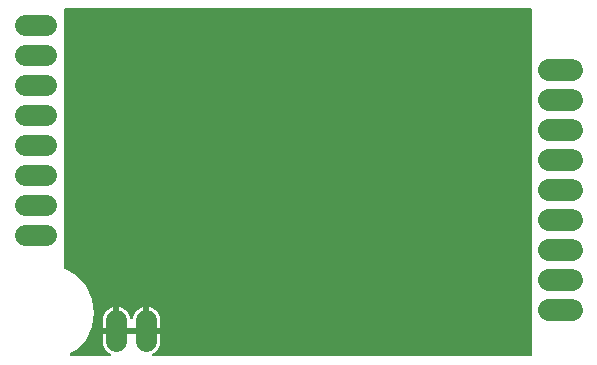
<source format=gbr>
G04 EAGLE Gerber RS-274X export*
G75*
%MOMM*%
%FSLAX34Y34*%
%LPD*%
%INBottom Copper*%
%IPPOS*%
%AMOC8*
5,1,8,0,0,1.08239X$1,22.5*%
G01*
%ADD10C,1.879600*%
%ADD11C,1.800000*%
%ADD12C,0.756400*%
%ADD13C,0.254000*%

G36*
X126100Y252733D02*
X126100Y252733D01*
X126120Y252731D01*
X126258Y252753D01*
X126396Y252771D01*
X126414Y252778D01*
X126434Y252781D01*
X126562Y252836D01*
X126692Y252888D01*
X126708Y252899D01*
X126726Y252907D01*
X126836Y252992D01*
X126949Y253074D01*
X126962Y253090D01*
X126977Y253102D01*
X127063Y253212D01*
X127152Y253319D01*
X127160Y253338D01*
X127172Y253353D01*
X127228Y253481D01*
X127287Y253607D01*
X127291Y253627D01*
X127299Y253645D01*
X127321Y253783D01*
X127347Y253920D01*
X127346Y253939D01*
X127349Y253959D01*
X127336Y254098D01*
X127327Y254237D01*
X127321Y254256D01*
X127319Y254276D01*
X127272Y254407D01*
X127229Y254539D01*
X127219Y254556D01*
X127212Y254575D01*
X127134Y254690D01*
X127059Y254808D01*
X127045Y254822D01*
X127033Y254838D01*
X126929Y254930D01*
X126827Y255026D01*
X126810Y255036D01*
X126795Y255049D01*
X126657Y255131D01*
X126031Y255450D01*
X124562Y256517D01*
X123277Y257802D01*
X122209Y259271D01*
X121385Y260890D01*
X120823Y262617D01*
X120539Y264412D01*
X120539Y271781D01*
X130810Y271781D01*
X130928Y271796D01*
X131047Y271803D01*
X131085Y271816D01*
X131125Y271821D01*
X131236Y271864D01*
X131349Y271901D01*
X131383Y271923D01*
X131421Y271938D01*
X131517Y272008D01*
X131618Y272071D01*
X131646Y272101D01*
X131678Y272124D01*
X131754Y272216D01*
X131836Y272303D01*
X131855Y272338D01*
X131881Y272369D01*
X131932Y272477D01*
X131989Y272581D01*
X132000Y272621D01*
X132017Y272657D01*
X132039Y272774D01*
X132069Y272889D01*
X132073Y272950D01*
X132077Y272970D01*
X132075Y272990D01*
X132079Y273050D01*
X132079Y274321D01*
X132081Y274321D01*
X132081Y273050D01*
X132096Y272932D01*
X132103Y272813D01*
X132116Y272775D01*
X132121Y272734D01*
X132165Y272624D01*
X132201Y272511D01*
X132223Y272476D01*
X132238Y272439D01*
X132308Y272343D01*
X132371Y272242D01*
X132401Y272214D01*
X132425Y272181D01*
X132516Y272106D01*
X132603Y272024D01*
X132638Y272004D01*
X132670Y271979D01*
X132777Y271928D01*
X132882Y271870D01*
X132921Y271860D01*
X132957Y271843D01*
X133074Y271821D01*
X133189Y271791D01*
X133250Y271787D01*
X133270Y271783D01*
X133290Y271785D01*
X133350Y271781D01*
X156210Y271781D01*
X156328Y271796D01*
X156447Y271803D01*
X156485Y271816D01*
X156525Y271821D01*
X156636Y271864D01*
X156749Y271901D01*
X156783Y271923D01*
X156821Y271938D01*
X156917Y272008D01*
X157018Y272071D01*
X157046Y272101D01*
X157078Y272124D01*
X157154Y272216D01*
X157236Y272303D01*
X157255Y272338D01*
X157281Y272369D01*
X157332Y272477D01*
X157389Y272581D01*
X157400Y272621D01*
X157417Y272657D01*
X157439Y272774D01*
X157469Y272889D01*
X157473Y272950D01*
X157477Y272970D01*
X157475Y272990D01*
X157479Y273050D01*
X157479Y274321D01*
X157481Y274321D01*
X157481Y273050D01*
X157496Y272932D01*
X157503Y272813D01*
X157516Y272775D01*
X157521Y272734D01*
X157565Y272624D01*
X157601Y272511D01*
X157623Y272476D01*
X157638Y272439D01*
X157708Y272343D01*
X157771Y272242D01*
X157801Y272214D01*
X157825Y272181D01*
X157916Y272106D01*
X158003Y272024D01*
X158038Y272004D01*
X158070Y271979D01*
X158177Y271928D01*
X158282Y271870D01*
X158321Y271860D01*
X158357Y271843D01*
X158474Y271821D01*
X158589Y271791D01*
X158650Y271787D01*
X158670Y271783D01*
X158690Y271785D01*
X158750Y271781D01*
X169021Y271781D01*
X169021Y264412D01*
X168737Y262617D01*
X168175Y260890D01*
X167351Y259271D01*
X166283Y257802D01*
X164998Y256517D01*
X163529Y255450D01*
X162903Y255131D01*
X162887Y255120D01*
X162868Y255112D01*
X162756Y255031D01*
X162640Y254952D01*
X162627Y254937D01*
X162611Y254926D01*
X162522Y254818D01*
X162430Y254714D01*
X162421Y254696D01*
X162408Y254681D01*
X162349Y254555D01*
X162286Y254430D01*
X162281Y254411D01*
X162273Y254393D01*
X162247Y254256D01*
X162216Y254120D01*
X162217Y254100D01*
X162213Y254081D01*
X162222Y253941D01*
X162226Y253802D01*
X162231Y253783D01*
X162233Y253763D01*
X162276Y253631D01*
X162314Y253497D01*
X162325Y253480D01*
X162331Y253461D01*
X162405Y253343D01*
X162476Y253223D01*
X162490Y253209D01*
X162501Y253192D01*
X162603Y253096D01*
X162701Y252998D01*
X162718Y252988D01*
X162733Y252974D01*
X162854Y252907D01*
X162974Y252836D01*
X162994Y252830D01*
X163011Y252820D01*
X163146Y252786D01*
X163280Y252747D01*
X163300Y252746D01*
X163319Y252741D01*
X163480Y252731D01*
X482600Y252731D01*
X482718Y252746D01*
X482837Y252753D01*
X482875Y252766D01*
X482916Y252771D01*
X483026Y252814D01*
X483139Y252851D01*
X483174Y252873D01*
X483211Y252888D01*
X483307Y252958D01*
X483408Y253021D01*
X483436Y253051D01*
X483469Y253074D01*
X483545Y253166D01*
X483626Y253253D01*
X483646Y253288D01*
X483671Y253319D01*
X483722Y253427D01*
X483780Y253531D01*
X483790Y253571D01*
X483807Y253607D01*
X483829Y253724D01*
X483859Y253839D01*
X483863Y253900D01*
X483867Y253920D01*
X483865Y253940D01*
X483869Y254000D01*
X483869Y546100D01*
X483854Y546218D01*
X483847Y546337D01*
X483834Y546375D01*
X483829Y546416D01*
X483786Y546526D01*
X483749Y546639D01*
X483727Y546674D01*
X483712Y546711D01*
X483643Y546807D01*
X483579Y546908D01*
X483549Y546936D01*
X483526Y546969D01*
X483434Y547045D01*
X483347Y547126D01*
X483312Y547146D01*
X483281Y547171D01*
X483173Y547222D01*
X483069Y547280D01*
X483029Y547290D01*
X482993Y547307D01*
X482876Y547329D01*
X482761Y547359D01*
X482701Y547363D01*
X482681Y547367D01*
X482660Y547365D01*
X482600Y547369D01*
X88900Y547369D01*
X88782Y547354D01*
X88663Y547347D01*
X88625Y547334D01*
X88584Y547329D01*
X88474Y547286D01*
X88361Y547249D01*
X88326Y547227D01*
X88289Y547212D01*
X88193Y547143D01*
X88092Y547079D01*
X88064Y547049D01*
X88031Y547026D01*
X87956Y546934D01*
X87874Y546847D01*
X87854Y546812D01*
X87829Y546781D01*
X87778Y546673D01*
X87720Y546569D01*
X87710Y546529D01*
X87693Y546493D01*
X87671Y546376D01*
X87641Y546261D01*
X87637Y546201D01*
X87633Y546181D01*
X87635Y546160D01*
X87631Y546100D01*
X87631Y327881D01*
X87644Y327776D01*
X87648Y327670D01*
X87664Y327619D01*
X87671Y327565D01*
X87709Y327467D01*
X87740Y327366D01*
X87768Y327320D01*
X87788Y327270D01*
X87850Y327184D01*
X87904Y327094D01*
X87943Y327056D01*
X87974Y327012D01*
X88056Y326945D01*
X88131Y326871D01*
X88203Y326823D01*
X88219Y326810D01*
X88234Y326803D01*
X88265Y326782D01*
X97720Y321323D01*
X105957Y312446D01*
X111212Y301535D01*
X113016Y289560D01*
X111212Y277585D01*
X105957Y266674D01*
X97720Y257797D01*
X93047Y255099D01*
X92931Y255011D01*
X92813Y254926D01*
X92805Y254915D01*
X92794Y254907D01*
X92704Y254793D01*
X92611Y254681D01*
X92605Y254668D01*
X92596Y254658D01*
X92537Y254524D01*
X92475Y254393D01*
X92473Y254380D01*
X92467Y254367D01*
X92443Y254223D01*
X92415Y254081D01*
X92416Y254067D01*
X92414Y254054D01*
X92426Y253908D01*
X92435Y253763D01*
X92439Y253750D01*
X92440Y253737D01*
X92488Y253599D01*
X92533Y253461D01*
X92540Y253449D01*
X92545Y253436D01*
X92625Y253315D01*
X92703Y253192D01*
X92713Y253183D01*
X92721Y253171D01*
X92828Y253074D01*
X92935Y252974D01*
X92947Y252967D01*
X92957Y252958D01*
X93086Y252891D01*
X93213Y252820D01*
X93226Y252817D01*
X93238Y252811D01*
X93380Y252777D01*
X93521Y252741D01*
X93540Y252740D01*
X93548Y252738D01*
X93565Y252738D01*
X93682Y252731D01*
X126080Y252731D01*
X126100Y252733D01*
G37*
%LPC*%
G36*
X134619Y276859D02*
X134619Y276859D01*
X134619Y294602D01*
X134783Y294577D01*
X136510Y294015D01*
X138129Y293191D01*
X139598Y292123D01*
X140883Y290838D01*
X141951Y289369D01*
X142775Y287750D01*
X143337Y286023D01*
X143526Y284824D01*
X143560Y284709D01*
X143586Y284593D01*
X143604Y284557D01*
X143615Y284519D01*
X143676Y284416D01*
X143730Y284309D01*
X143756Y284279D01*
X143777Y284245D01*
X143861Y284160D01*
X143940Y284071D01*
X143973Y284048D01*
X144002Y284020D01*
X144104Y283959D01*
X144203Y283892D01*
X144241Y283878D01*
X144275Y283858D01*
X144390Y283825D01*
X144502Y283784D01*
X144542Y283780D01*
X144581Y283769D01*
X144700Y283765D01*
X144819Y283754D01*
X144859Y283760D01*
X144899Y283759D01*
X145015Y283785D01*
X145133Y283803D01*
X145170Y283819D01*
X145209Y283828D01*
X145315Y283882D01*
X145425Y283929D01*
X145457Y283954D01*
X145493Y283972D01*
X145582Y284051D01*
X145677Y284124D01*
X145701Y284156D01*
X145731Y284182D01*
X145798Y284281D01*
X145872Y284375D01*
X145888Y284412D01*
X145910Y284445D01*
X145951Y284557D01*
X145998Y284667D01*
X146011Y284725D01*
X146018Y284744D01*
X146020Y284764D01*
X146034Y284824D01*
X146223Y286023D01*
X146785Y287750D01*
X147609Y289369D01*
X148677Y290838D01*
X149962Y292123D01*
X151431Y293191D01*
X153050Y294015D01*
X154777Y294577D01*
X154941Y294602D01*
X154941Y276859D01*
X134619Y276859D01*
G37*
%LPD*%
%LPC*%
G36*
X160019Y276859D02*
X160019Y276859D01*
X160019Y294602D01*
X160183Y294577D01*
X161910Y294015D01*
X163529Y293191D01*
X164998Y292123D01*
X166283Y290838D01*
X167351Y289369D01*
X168175Y287750D01*
X168737Y286023D01*
X169021Y284228D01*
X169021Y276859D01*
X160019Y276859D01*
G37*
%LPD*%
%LPC*%
G36*
X120539Y276859D02*
X120539Y276859D01*
X120539Y284228D01*
X120823Y286023D01*
X121385Y287750D01*
X122209Y289369D01*
X123277Y290838D01*
X124562Y292123D01*
X126031Y293191D01*
X127650Y294015D01*
X129377Y294577D01*
X129541Y294602D01*
X129541Y276859D01*
X120539Y276859D01*
G37*
%LPD*%
D10*
X498602Y495300D02*
X517398Y495300D01*
X517398Y469900D02*
X498602Y469900D01*
X498602Y444500D02*
X517398Y444500D01*
X517398Y419100D02*
X498602Y419100D01*
X498602Y393700D02*
X517398Y393700D01*
X517398Y368300D02*
X498602Y368300D01*
X498602Y342900D02*
X517398Y342900D01*
X517398Y317500D02*
X498602Y317500D01*
X498602Y292100D02*
X517398Y292100D01*
D11*
X72500Y533400D02*
X54500Y533400D01*
X54500Y508000D02*
X72500Y508000D01*
X72500Y482600D02*
X54500Y482600D01*
X54500Y457200D02*
X72500Y457200D01*
X72500Y431800D02*
X54500Y431800D01*
X54500Y406400D02*
X72500Y406400D01*
X72500Y381000D02*
X54500Y381000D01*
X54500Y355600D02*
X72500Y355600D01*
X132080Y283320D02*
X132080Y265320D01*
X157480Y265320D02*
X157480Y283320D01*
D12*
X228600Y469900D03*
X203200Y444500D03*
X228600Y419100D03*
X203200Y393700D03*
X228600Y368300D03*
X203200Y342900D03*
X228600Y317500D03*
X203200Y292100D03*
D13*
X203200Y406400D02*
X203200Y444500D01*
X203200Y406400D02*
X203200Y292100D01*
X228600Y317500D02*
X228600Y469900D01*
D12*
X461010Y508000D03*
X461010Y434340D03*
X461010Y381000D03*
X459740Y318770D03*
X334010Y273050D03*
X335280Y316230D03*
X336550Y391160D03*
X335280Y450850D03*
D13*
X461010Y434340D02*
X461010Y508000D01*
X461010Y434340D02*
X461010Y406400D01*
X461010Y320040D02*
X459740Y318770D01*
X461010Y320040D02*
X461010Y406400D01*
X335280Y450850D02*
X335280Y280723D01*
X334010Y273050D01*
X461010Y406400D02*
X203200Y406400D01*
D12*
X335280Y340360D03*
M02*

</source>
